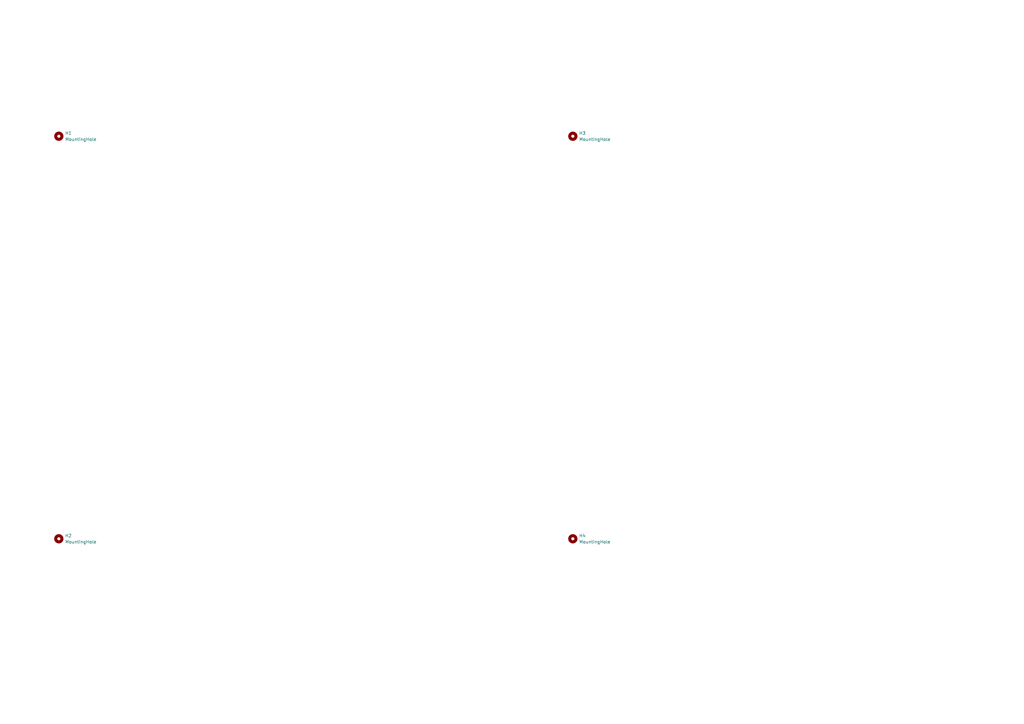
<source format=kicad_sch>
(kicad_sch (version 20211123) (generator eeschema)

  (uuid 5245fe21-b507-43dd-8813-9ae3c7554589)

  (paper "A3")

  (lib_symbols
    (symbol "Mechanical:MountingHole" (pin_names (offset 1.016)) (in_bom yes) (on_board yes)
      (property "Reference" "H" (id 0) (at 0 5.08 0)
        (effects (font (size 1.27 1.27)))
      )
      (property "Value" "MountingHole" (id 1) (at 0 3.175 0)
        (effects (font (size 1.27 1.27)))
      )
      (property "Footprint" "" (id 2) (at 0 0 0)
        (effects (font (size 1.27 1.27)) hide)
      )
      (property "Datasheet" "~" (id 3) (at 0 0 0)
        (effects (font (size 1.27 1.27)) hide)
      )
      (property "ki_keywords" "mounting hole" (id 4) (at 0 0 0)
        (effects (font (size 1.27 1.27)) hide)
      )
      (property "ki_description" "Mounting Hole without connection" (id 5) (at 0 0 0)
        (effects (font (size 1.27 1.27)) hide)
      )
      (property "ki_fp_filters" "MountingHole*" (id 6) (at 0 0 0)
        (effects (font (size 1.27 1.27)) hide)
      )
      (symbol "MountingHole_0_1"
        (circle (center 0 0) (radius 1.27)
          (stroke (width 1.27) (type default) (color 0 0 0 0))
          (fill (type none))
        )
      )
    )
  )


  (symbol (lib_id "Mechanical:MountingHole") (at 24.13 55.88 0) (unit 1)
    (in_bom yes) (on_board yes) (fields_autoplaced)
    (uuid 17fe6c74-7093-4ce3-b0e5-cd6b76f5155b)
    (property "Reference" "H1" (id 0) (at 26.67 54.6099 0)
      (effects (font (size 1.27 1.27)) (justify left))
    )
    (property "Value" "MountingHole" (id 1) (at 26.67 57.1499 0)
      (effects (font (size 1.27 1.27)) (justify left))
    )
    (property "Footprint" "kbd_Hole:m2_Screw_Hole" (id 2) (at 24.13 55.88 0)
      (effects (font (size 1.27 1.27)) hide)
    )
    (property "Datasheet" "~" (id 3) (at 24.13 55.88 0)
      (effects (font (size 1.27 1.27)) hide)
    )
  )

  (symbol (lib_id "Mechanical:MountingHole") (at 24.13 220.98 0) (unit 1)
    (in_bom yes) (on_board yes)
    (uuid 5c08c9e3-20b7-4f60-b7e7-49b04d3dc7a0)
    (property "Reference" "H2" (id 0) (at 26.67 219.7099 0)
      (effects (font (size 1.27 1.27)) (justify left))
    )
    (property "Value" "MountingHole" (id 1) (at 26.67 222.25 0)
      (effects (font (size 1.27 1.27)) (justify left))
    )
    (property "Footprint" "kbd_Hole:m2_Screw_Hole" (id 2) (at 24.13 220.98 0)
      (effects (font (size 1.27 1.27)) hide)
    )
    (property "Datasheet" "~" (id 3) (at 24.13 220.98 0)
      (effects (font (size 1.27 1.27)) hide)
    )
  )

  (symbol (lib_id "Mechanical:MountingHole") (at 234.95 55.88 0) (unit 1)
    (in_bom yes) (on_board yes) (fields_autoplaced)
    (uuid a459e8b7-d94a-431f-a25d-9ffbfb9112de)
    (property "Reference" "H3" (id 0) (at 237.49 54.6099 0)
      (effects (font (size 1.27 1.27)) (justify left))
    )
    (property "Value" "MountingHole" (id 1) (at 237.49 57.1499 0)
      (effects (font (size 1.27 1.27)) (justify left))
    )
    (property "Footprint" "kbd_Hole:m2_Screw_Hole" (id 2) (at 234.95 55.88 0)
      (effects (font (size 1.27 1.27)) hide)
    )
    (property "Datasheet" "~" (id 3) (at 234.95 55.88 0)
      (effects (font (size 1.27 1.27)) hide)
    )
  )

  (symbol (lib_id "Mechanical:MountingHole") (at 234.95 220.98 0) (unit 1)
    (in_bom yes) (on_board yes)
    (uuid f5622a65-8e15-43a4-9a90-4e82cf8264cc)
    (property "Reference" "H4" (id 0) (at 237.49 219.7099 0)
      (effects (font (size 1.27 1.27)) (justify left))
    )
    (property "Value" "MountingHole" (id 1) (at 237.49 222.25 0)
      (effects (font (size 1.27 1.27)) (justify left))
    )
    (property "Footprint" "kbd_Hole:m2_Screw_Hole" (id 2) (at 234.95 220.98 0)
      (effects (font (size 1.27 1.27)) hide)
    )
    (property "Datasheet" "~" (id 3) (at 234.95 220.98 0)
      (effects (font (size 1.27 1.27)) hide)
    )
  )

  (sheet_instances
    (path "/" (page "1"))
  )

  (symbol_instances
    (path "/17fe6c74-7093-4ce3-b0e5-cd6b76f5155b"
      (reference "H1") (unit 1) (value "MountingHole") (footprint "kbd_Hole:m2_Screw_Hole")
    )
    (path "/5c08c9e3-20b7-4f60-b7e7-49b04d3dc7a0"
      (reference "H2") (unit 1) (value "MountingHole") (footprint "kbd_Hole:m2_Screw_Hole")
    )
    (path "/a459e8b7-d94a-431f-a25d-9ffbfb9112de"
      (reference "H3") (unit 1) (value "MountingHole") (footprint "kbd_Hole:m2_Screw_Hole")
    )
    (path "/f5622a65-8e15-43a4-9a90-4e82cf8264cc"
      (reference "H4") (unit 1) (value "MountingHole") (footprint "kbd_Hole:m2_Screw_Hole")
    )
  )
)

</source>
